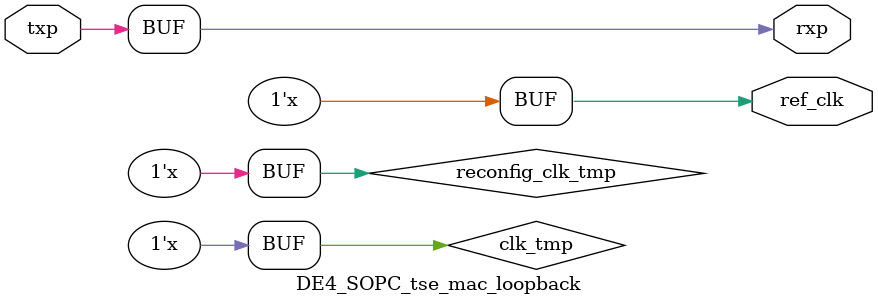
<source format=v>

`timescale 1ns / 1ps

module DE4_SOPC_tse_mac_loopback (
  ref_clk,


  txp,
  rxp


);

  output ref_clk;


  input txp;
  output rxp;


  reg clk_tmp;
  initial
     clk_tmp <= 1'b0;
  always
     #4 clk_tmp <= ~clk_tmp;
  reg reconfig_clk_tmp;
  initial
     reconfig_clk_tmp <= 1'b0;
  always
     #20 reconfig_clk_tmp <= ~reconfig_clk_tmp;
  assign ref_clk = clk_tmp;


  assign rxp=txp;


endmodule

</source>
